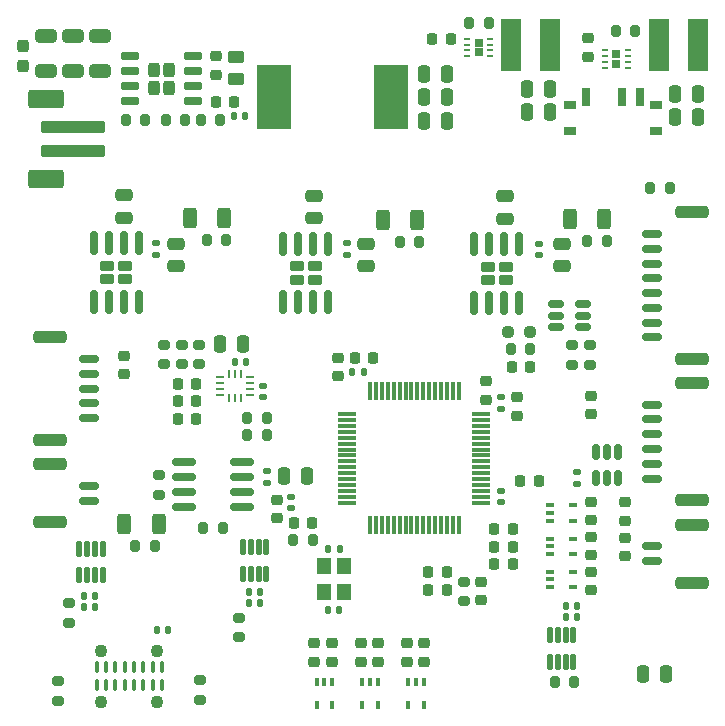
<source format=gbr>
%TF.GenerationSoftware,KiCad,Pcbnew,8.0.2*%
%TF.CreationDate,2025-04-21T15:08:20+02:00*%
%TF.ProjectId,logic,6c6f6769-632e-46b6-9963-61645f706362,rev?*%
%TF.SameCoordinates,Original*%
%TF.FileFunction,Paste,Top*%
%TF.FilePolarity,Positive*%
%FSLAX46Y46*%
G04 Gerber Fmt 4.6, Leading zero omitted, Abs format (unit mm)*
G04 Created by KiCad (PCBNEW 8.0.2) date 2025-04-21 15:08:20*
%MOMM*%
%LPD*%
G01*
G04 APERTURE LIST*
G04 Aperture macros list*
%AMRoundRect*
0 Rectangle with rounded corners*
0 $1 Rounding radius*
0 $2 $3 $4 $5 $6 $7 $8 $9 X,Y pos of 4 corners*
0 Add a 4 corners polygon primitive as box body*
4,1,4,$2,$3,$4,$5,$6,$7,$8,$9,$2,$3,0*
0 Add four circle primitives for the rounded corners*
1,1,$1+$1,$2,$3*
1,1,$1+$1,$4,$5*
1,1,$1+$1,$6,$7*
1,1,$1+$1,$8,$9*
0 Add four rect primitives between the rounded corners*
20,1,$1+$1,$2,$3,$4,$5,0*
20,1,$1+$1,$4,$5,$6,$7,0*
20,1,$1+$1,$6,$7,$8,$9,0*
20,1,$1+$1,$8,$9,$2,$3,0*%
G04 Aperture macros list end*
%ADD10RoundRect,0.237500X0.237500X-0.300000X0.237500X0.300000X-0.237500X0.300000X-0.237500X-0.300000X0*%
%ADD11RoundRect,0.225000X-0.250000X0.225000X-0.250000X-0.225000X0.250000X-0.225000X0.250000X0.225000X0*%
%ADD12RoundRect,0.200000X-0.200000X-0.275000X0.200000X-0.275000X0.200000X0.275000X-0.200000X0.275000X0*%
%ADD13RoundRect,0.200000X-0.275000X0.200000X-0.275000X-0.200000X0.275000X-0.200000X0.275000X0.200000X0*%
%ADD14RoundRect,0.225000X0.250000X-0.225000X0.250000X0.225000X-0.250000X0.225000X-0.250000X-0.225000X0*%
%ADD15RoundRect,0.150000X-0.512500X-0.150000X0.512500X-0.150000X0.512500X0.150000X-0.512500X0.150000X0*%
%ADD16RoundRect,0.140000X0.170000X-0.140000X0.170000X0.140000X-0.170000X0.140000X-0.170000X-0.140000X0*%
%ADD17RoundRect,0.225000X0.225000X0.250000X-0.225000X0.250000X-0.225000X-0.250000X0.225000X-0.250000X0*%
%ADD18RoundRect,0.140000X0.140000X0.170000X-0.140000X0.170000X-0.140000X-0.170000X0.140000X-0.170000X0*%
%ADD19RoundRect,0.150000X0.825000X0.150000X-0.825000X0.150000X-0.825000X-0.150000X0.825000X-0.150000X0*%
%ADD20RoundRect,0.125000X0.125000X-0.537500X0.125000X0.537500X-0.125000X0.537500X-0.125000X-0.537500X0*%
%ADD21RoundRect,0.200000X0.275000X-0.200000X0.275000X0.200000X-0.275000X0.200000X-0.275000X-0.200000X0*%
%ADD22RoundRect,0.125000X-0.125000X0.537500X-0.125000X-0.537500X0.125000X-0.537500X0.125000X0.537500X0*%
%ADD23RoundRect,0.218750X-0.218750X-0.256250X0.218750X-0.256250X0.218750X0.256250X-0.218750X0.256250X0*%
%ADD24RoundRect,0.200000X0.200000X0.275000X-0.200000X0.275000X-0.200000X-0.275000X0.200000X-0.275000X0*%
%ADD25RoundRect,0.250000X-0.475000X0.250000X-0.475000X-0.250000X0.475000X-0.250000X0.475000X0.250000X0*%
%ADD26RoundRect,0.230000X-0.375000X0.230000X-0.375000X-0.230000X0.375000X-0.230000X0.375000X0.230000X0*%
%ADD27RoundRect,0.150000X-0.150000X0.825000X-0.150000X-0.825000X0.150000X-0.825000X0.150000X0.825000X0*%
%ADD28RoundRect,0.140000X-0.140000X-0.170000X0.140000X-0.170000X0.140000X0.170000X-0.140000X0.170000X0*%
%ADD29RoundRect,0.250000X0.450000X-0.262500X0.450000X0.262500X-0.450000X0.262500X-0.450000X-0.262500X0*%
%ADD30RoundRect,0.150000X-0.700000X0.150000X-0.700000X-0.150000X0.700000X-0.150000X0.700000X0.150000X0*%
%ADD31RoundRect,0.250000X-1.150000X0.250000X-1.150000X-0.250000X1.150000X-0.250000X1.150000X0.250000X0*%
%ADD32R,1.000000X0.800000*%
%ADD33R,0.700000X1.500000*%
%ADD34RoundRect,0.225000X-0.225000X-0.250000X0.225000X-0.250000X0.225000X0.250000X-0.225000X0.250000X0*%
%ADD35R,2.900000X5.400000*%
%ADD36RoundRect,0.100000X-0.100000X0.225000X-0.100000X-0.225000X0.100000X-0.225000X0.100000X0.225000X0*%
%ADD37RoundRect,0.250000X0.250000X0.475000X-0.250000X0.475000X-0.250000X-0.475000X0.250000X-0.475000X0*%
%ADD38RoundRect,0.250000X0.312500X0.625000X-0.312500X0.625000X-0.312500X-0.625000X0.312500X-0.625000X0*%
%ADD39RoundRect,0.237500X-0.250000X-0.237500X0.250000X-0.237500X0.250000X0.237500X-0.250000X0.237500X0*%
%ADD40RoundRect,0.150000X0.700000X-0.150000X0.700000X0.150000X-0.700000X0.150000X-0.700000X-0.150000X0*%
%ADD41RoundRect,0.250000X1.150000X-0.250000X1.150000X0.250000X-1.150000X0.250000X-1.150000X-0.250000X0*%
%ADD42R,0.675000X0.250000*%
%ADD43R,0.250000X0.675000*%
%ADD44RoundRect,0.250000X-0.250000X-0.475000X0.250000X-0.475000X0.250000X0.475000X-0.250000X0.475000X0*%
%ADD45R,0.750000X0.650000*%
%ADD46RoundRect,0.062500X-0.187500X-0.062500X0.187500X-0.062500X0.187500X0.062500X-0.187500X0.062500X0*%
%ADD47RoundRect,0.140000X-0.170000X0.140000X-0.170000X-0.140000X0.170000X-0.140000X0.170000X0.140000X0*%
%ADD48RoundRect,0.250000X0.475000X-0.250000X0.475000X0.250000X-0.475000X0.250000X-0.475000X-0.250000X0*%
%ADD49RoundRect,0.100000X-0.225000X-0.100000X0.225000X-0.100000X0.225000X0.100000X-0.225000X0.100000X0*%
%ADD50RoundRect,0.250000X-0.650000X0.325000X-0.650000X-0.325000X0.650000X-0.325000X0.650000X0.325000X0*%
%ADD51RoundRect,0.075000X0.075000X0.425000X-0.075000X0.425000X-0.075000X-0.425000X0.075000X-0.425000X0*%
%ADD52C,1.100000*%
%ADD53R,1.750000X4.500000*%
%ADD54RoundRect,0.242500X-0.242500X-0.382500X0.242500X-0.382500X0.242500X0.382500X-0.242500X0.382500X0*%
%ADD55RoundRect,0.150000X-0.650000X-0.150000X0.650000X-0.150000X0.650000X0.150000X-0.650000X0.150000X0*%
%ADD56RoundRect,0.250000X2.500000X-0.250000X2.500000X0.250000X-2.500000X0.250000X-2.500000X-0.250000X0*%
%ADD57RoundRect,0.250000X1.250000X-0.550000X1.250000X0.550000X-1.250000X0.550000X-1.250000X-0.550000X0*%
%ADD58RoundRect,0.075000X0.075000X-0.700000X0.075000X0.700000X-0.075000X0.700000X-0.075000X-0.700000X0*%
%ADD59RoundRect,0.075000X0.700000X-0.075000X0.700000X0.075000X-0.700000X0.075000X-0.700000X-0.075000X0*%
%ADD60R,1.200000X1.400000*%
%ADD61RoundRect,0.150000X0.150000X-0.512500X0.150000X0.512500X-0.150000X0.512500X-0.150000X-0.512500X0*%
G04 APERTURE END LIST*
D10*
%TO.C,C53*%
X116941600Y-102792700D03*
X116941600Y-101067700D03*
%TD*%
D11*
%TO.C,C17*%
X147006500Y-151675800D03*
X147006500Y-153225800D03*
%TD*%
D12*
%TO.C,R61*%
X154724600Y-99110800D03*
X156374600Y-99110800D03*
%TD*%
D13*
%TO.C,R1*%
X131927600Y-154800800D03*
X131927600Y-156450800D03*
%TD*%
D11*
%TO.C,C104*%
X138430000Y-139534600D03*
X138430000Y-141084600D03*
%TD*%
D12*
%TO.C,R62*%
X167119800Y-99796600D03*
X168769800Y-99796600D03*
%TD*%
D11*
%TO.C,C71*%
X164820600Y-100444000D03*
X164820600Y-101994000D03*
%TD*%
D14*
%TO.C,C9*%
X125501400Y-128854200D03*
X125501400Y-127304200D03*
%TD*%
D15*
%TO.C,U19*%
X162102800Y-122976600D03*
X162102800Y-123926600D03*
X162102800Y-124876600D03*
X164377800Y-124876600D03*
X164377800Y-123926600D03*
X164377800Y-122976600D03*
%TD*%
D16*
%TO.C,C52*%
X144348200Y-118778000D03*
X144348200Y-117818000D03*
%TD*%
D17*
%TO.C,C50*%
X141451200Y-141455000D03*
X139901200Y-141455000D03*
%TD*%
D18*
%TO.C,C10*%
X143761400Y-143687800D03*
X142801400Y-143687800D03*
%TD*%
D11*
%TO.C,C15n2*%
X149428200Y-151675800D03*
X149428200Y-153225800D03*
%TD*%
D19*
%TO.C,U9*%
X135494800Y-140168400D03*
X135494800Y-138898400D03*
X135494800Y-137628400D03*
X135494800Y-136358400D03*
X130544800Y-136358400D03*
X130544800Y-137628400D03*
X130544800Y-138898400D03*
X130544800Y-140168400D03*
%TD*%
D20*
%TO.C,U5*%
X161609200Y-153232700D03*
X162259200Y-153232700D03*
X162909200Y-153232700D03*
X163559200Y-153232700D03*
X163559200Y-150957700D03*
X162909200Y-150957700D03*
X162259200Y-150957700D03*
X161609200Y-150957700D03*
%TD*%
D21*
%TO.C,R2*%
X119938800Y-156527000D03*
X119938800Y-154877000D03*
%TD*%
D17*
%TO.C,C95*%
X158407400Y-144957800D03*
X156857400Y-144957800D03*
%TD*%
D22*
%TO.C,U4*%
X137550800Y-143540900D03*
X136900800Y-143540900D03*
X136250800Y-143540900D03*
X135600800Y-143540900D03*
X135600800Y-145815900D03*
X136250800Y-145815900D03*
X136900800Y-145815900D03*
X137550800Y-145815900D03*
%TD*%
D12*
%TO.C,R59*%
X125641600Y-107327400D03*
X127291600Y-107327400D03*
%TD*%
D23*
%TO.C,D2*%
X130047900Y-131191000D03*
X131622900Y-131191000D03*
%TD*%
D24*
%TO.C,R57*%
X133641600Y-107341600D03*
X131991600Y-107341600D03*
%TD*%
D16*
%TO.C,C6*%
X157429200Y-131795400D03*
X157429200Y-130835400D03*
%TD*%
D17*
%TO.C,C103*%
X160617200Y-137922000D03*
X159067200Y-137922000D03*
%TD*%
D25*
%TO.C,C58*%
X141568400Y-113781800D03*
X141568400Y-115681800D03*
%TD*%
D26*
%TO.C,U15*%
X157823600Y-119775200D03*
X156323600Y-119775200D03*
X157823600Y-120915200D03*
X156323600Y-120915200D03*
D27*
X158978600Y-117870200D03*
X157708600Y-117870200D03*
X156438600Y-117870200D03*
X155168600Y-117870200D03*
X155168600Y-122820200D03*
X156438600Y-122820200D03*
X157708600Y-122820200D03*
X158978600Y-122820200D03*
%TD*%
D28*
%TO.C,C22*%
X136092000Y-147345400D03*
X137052000Y-147345400D03*
%TD*%
D13*
%TO.C,R40*%
X154279600Y-146444200D03*
X154279600Y-148094200D03*
%TD*%
D24*
%TO.C,R41*%
X141490200Y-142951200D03*
X139840200Y-142951200D03*
%TD*%
%TO.C,R60*%
X130669800Y-107341600D03*
X129019800Y-107341600D03*
%TD*%
D29*
%TO.C,R58*%
X135026400Y-103859900D03*
X135026400Y-102034900D03*
%TD*%
D30*
%TO.C,J14*%
X170211200Y-143469200D03*
X170211200Y-144719200D03*
D31*
X173561200Y-141619200D03*
X173561200Y-146569200D03*
%TD*%
D32*
%TO.C,J3*%
X163253400Y-106085400D03*
X163253400Y-108295400D03*
X170553400Y-106085400D03*
X170553400Y-108295400D03*
D33*
X164653400Y-105435400D03*
X167653400Y-105435400D03*
X169153400Y-105435400D03*
%TD*%
D18*
%TO.C,C23*%
X163878200Y-149479000D03*
X162918200Y-149479000D03*
%TD*%
D24*
%TO.C,R11*%
X163613600Y-154914600D03*
X161963600Y-154914600D03*
%TD*%
D34*
%TO.C,C12*%
X151269400Y-145643600D03*
X152819400Y-145643600D03*
%TD*%
D35*
%TO.C,L1*%
X138204400Y-105435400D03*
X148104400Y-105435400D03*
%TD*%
D11*
%TO.C,C60*%
X133324600Y-101980400D03*
X133324600Y-103530400D03*
%TD*%
D25*
%TO.C,C89*%
X157747400Y-113807200D03*
X157747400Y-115707200D03*
%TD*%
D36*
%TO.C,U12*%
X150878900Y-154980600D03*
X150228900Y-154980600D03*
X149578900Y-154980600D03*
X149578900Y-156880600D03*
X150878900Y-156880600D03*
%TD*%
D13*
%TO.C,R9*%
X128879600Y-126391400D03*
X128879600Y-128041400D03*
%TD*%
D12*
%TO.C,R17*%
X135954000Y-134035800D03*
X137604000Y-134035800D03*
%TD*%
D37*
%TO.C,C66*%
X152816600Y-105435400D03*
X150916600Y-105435400D03*
%TD*%
D12*
%TO.C,R16*%
X135954000Y-132562600D03*
X137604000Y-132562600D03*
%TD*%
D28*
%TO.C,C11*%
X142764200Y-148877200D03*
X143724200Y-148877200D03*
%TD*%
D38*
%TO.C,R55*%
X128437100Y-141528800D03*
X125512100Y-141528800D03*
%TD*%
D39*
%TO.C,R39*%
X158015300Y-125298200D03*
X159840300Y-125298200D03*
%TD*%
D13*
%TO.C,R10*%
X135279200Y-149492200D03*
X135279200Y-151142200D03*
%TD*%
D40*
%TO.C,J16*%
X122549200Y-132598800D03*
X122549200Y-131348800D03*
X122549200Y-130098800D03*
X122549200Y-128848800D03*
X122549200Y-127598800D03*
D41*
X119199200Y-134448800D03*
X119199200Y-125748800D03*
%TD*%
D42*
%TO.C,U20*%
X136187300Y-130645600D03*
X136187300Y-130145600D03*
X136187300Y-129645600D03*
X136187300Y-129145600D03*
D43*
X135424800Y-128883100D03*
X134924800Y-128883100D03*
X134424800Y-128883100D03*
D42*
X133662300Y-129145600D03*
X133662300Y-129645600D03*
X133662300Y-130145600D03*
X133662300Y-130645600D03*
D43*
X134424800Y-130908100D03*
X134924800Y-130908100D03*
X135424800Y-130908100D03*
%TD*%
D12*
%TO.C,R46*%
X148857200Y-117729000D03*
X150507200Y-117729000D03*
%TD*%
D37*
%TO.C,C91*%
X140954800Y-137515600D03*
X139054800Y-137515600D03*
%TD*%
D18*
%TO.C,C100*%
X129258000Y-150545800D03*
X128298000Y-150545800D03*
%TD*%
D44*
%TO.C,C73*%
X172166200Y-107111800D03*
X174066200Y-107111800D03*
%TD*%
D45*
%TO.C,U8*%
X167198000Y-101796200D03*
X167198000Y-102596200D03*
D46*
X166248000Y-101446200D03*
X166248000Y-101946200D03*
X166248000Y-102446200D03*
X166248000Y-102946200D03*
X168148000Y-102946200D03*
X168148000Y-102446200D03*
X168148000Y-101946200D03*
X168148000Y-101446200D03*
%TD*%
D11*
%TO.C,C101*%
X143586200Y-127495000D03*
X143586200Y-129045000D03*
%TD*%
%TO.C,C4*%
X167919400Y-139737800D03*
X167919400Y-141287800D03*
%TD*%
%TO.C,C15n1*%
X145542000Y-151675800D03*
X145542000Y-153225800D03*
%TD*%
D16*
%TO.C,C90*%
X160680400Y-118818600D03*
X160680400Y-117858600D03*
%TD*%
D47*
%TO.C,C7*%
X157429200Y-138762800D03*
X157429200Y-139722800D03*
%TD*%
D14*
%TO.C,C99*%
X165074600Y-141237000D03*
X165074600Y-139687000D03*
%TD*%
D48*
%TO.C,C56*%
X129921000Y-119720400D03*
X129921000Y-117820400D03*
%TD*%
D13*
%TO.C,R8*%
X130378200Y-126391400D03*
X130378200Y-128041400D03*
%TD*%
D11*
%TO.C,C18*%
X150890700Y-151675800D03*
X150890700Y-153225800D03*
%TD*%
D49*
%TO.C,U18*%
X161610000Y-145615300D03*
X161610000Y-146265300D03*
X161610000Y-146915300D03*
X163510000Y-146915300D03*
X163510000Y-145615300D03*
%TD*%
D50*
%TO.C,C62*%
X121186200Y-100226600D03*
X121186200Y-103176600D03*
%TD*%
D18*
%TO.C,C5*%
X145790800Y-128727200D03*
X144830800Y-128727200D03*
%TD*%
D14*
%TO.C,C98*%
X165074600Y-147180600D03*
X165074600Y-145630600D03*
%TD*%
D51*
%TO.C,J2*%
X128707000Y-155215400D03*
X127917000Y-155215400D03*
X127127000Y-155215400D03*
X126337000Y-155215400D03*
X125547000Y-155215400D03*
X124757000Y-155215400D03*
X123967000Y-155215400D03*
X123177000Y-155215400D03*
X123177000Y-153695400D03*
X123967000Y-153695400D03*
X124757000Y-153695400D03*
X125547000Y-153695400D03*
X126337000Y-153695400D03*
X127127000Y-153695400D03*
X127917000Y-153695400D03*
X128707000Y-153695400D03*
D52*
X128327000Y-156605400D03*
X128327000Y-152305400D03*
X123527000Y-156605400D03*
X123527000Y-152305400D03*
%TD*%
D49*
%TO.C,U17*%
X161610000Y-142809200D03*
X161610000Y-143459200D03*
X161610000Y-144109200D03*
X163510000Y-144109200D03*
X163510000Y-142809200D03*
%TD*%
D11*
%TO.C,C15n3*%
X141630400Y-151675800D03*
X141630400Y-153225800D03*
%TD*%
D53*
%TO.C,L2*%
X158293400Y-101041200D03*
X161543400Y-101041200D03*
%TD*%
D16*
%TO.C,C57*%
X128244600Y-118767800D03*
X128244600Y-117807800D03*
%TD*%
D12*
%TO.C,R56*%
X126467600Y-143408400D03*
X128117600Y-143408400D03*
%TD*%
D17*
%TO.C,C51*%
X159880600Y-128270000D03*
X158330600Y-128270000D03*
%TD*%
D38*
%TO.C,R43*%
X150331900Y-115849400D03*
X147406900Y-115849400D03*
%TD*%
D23*
%TO.C,D1*%
X130047900Y-129717800D03*
X131622900Y-129717800D03*
%TD*%
D54*
%TO.C,U6*%
X128076400Y-103112200D03*
X128076400Y-104662200D03*
X129276400Y-103112200D03*
X129276400Y-104662200D03*
D55*
X126026400Y-101982200D03*
X126026400Y-103252200D03*
X126026400Y-104522200D03*
X126026400Y-105792200D03*
X131326400Y-105792200D03*
X131326400Y-104522200D03*
X131326400Y-103252200D03*
X131326400Y-101982200D03*
%TD*%
D28*
%TO.C,C21*%
X136092000Y-148285200D03*
X137052000Y-148285200D03*
%TD*%
D16*
%TO.C,C8*%
X139674600Y-140230800D03*
X139674600Y-139270800D03*
%TD*%
D12*
%TO.C,R47*%
X164706800Y-117627400D03*
X166356800Y-117627400D03*
%TD*%
D56*
%TO.C,J24*%
X121183400Y-109975400D03*
X121183400Y-107975400D03*
D57*
X118933400Y-112375400D03*
X118933400Y-105575400D03*
%TD*%
D11*
%TO.C,C102*%
X156133800Y-129501600D03*
X156133800Y-131051600D03*
%TD*%
D28*
%TO.C,C19*%
X122125800Y-147650200D03*
X123085800Y-147650200D03*
%TD*%
D53*
%TO.C,L3*%
X170815600Y-101041200D03*
X174065600Y-101041200D03*
%TD*%
D49*
%TO.C,U16*%
X161610000Y-139989800D03*
X161610000Y-140639800D03*
X161610000Y-141289800D03*
X163510000Y-141289800D03*
X163510000Y-139989800D03*
%TD*%
D40*
%TO.C,J1*%
X122574600Y-139588400D03*
X122574600Y-138338400D03*
D41*
X119224600Y-141438400D03*
X119224600Y-136488400D03*
%TD*%
D34*
%TO.C,C68*%
X151599600Y-100507800D03*
X153149600Y-100507800D03*
%TD*%
%TO.C,C14*%
X145046400Y-127533400D03*
X146596400Y-127533400D03*
%TD*%
D50*
%TO.C,C61*%
X123494800Y-100226600D03*
X123494800Y-103176600D03*
%TD*%
D12*
%TO.C,R48*%
X132499600Y-117525800D03*
X134149600Y-117525800D03*
%TD*%
D47*
%TO.C,C1*%
X163880800Y-137188000D03*
X163880800Y-138148000D03*
%TD*%
D24*
%TO.C,R42*%
X159918400Y-126771400D03*
X158268400Y-126771400D03*
%TD*%
D16*
%TO.C,C74*%
X137591800Y-138071800D03*
X137591800Y-137111800D03*
%TD*%
D14*
%TO.C,C97*%
X165074600Y-144208800D03*
X165074600Y-142658800D03*
%TD*%
D34*
%TO.C,C13*%
X151269400Y-147142200D03*
X152819400Y-147142200D03*
%TD*%
D21*
%TO.C,R63*%
X128498600Y-139102600D03*
X128498600Y-137452600D03*
%TD*%
D48*
%TO.C,C55*%
X146024600Y-119730600D03*
X146024600Y-117830600D03*
%TD*%
D37*
%TO.C,C88*%
X152816600Y-103454200D03*
X150916600Y-103454200D03*
%TD*%
D26*
%TO.C,U13*%
X125591000Y-119699000D03*
X124091000Y-119699000D03*
X125591000Y-120839000D03*
X124091000Y-120839000D03*
D27*
X126746000Y-117794000D03*
X125476000Y-117794000D03*
X124206000Y-117794000D03*
X122936000Y-117794000D03*
X122936000Y-122744000D03*
X124206000Y-122744000D03*
X125476000Y-122744000D03*
X126746000Y-122744000D03*
%TD*%
D22*
%TO.C,U3*%
X123682400Y-143642500D03*
X123032400Y-143642500D03*
X122382400Y-143642500D03*
X121732400Y-143642500D03*
X121732400Y-145917500D03*
X122382400Y-145917500D03*
X123032400Y-145917500D03*
X123682400Y-145917500D03*
%TD*%
D18*
%TO.C,C64*%
X135785800Y-107048000D03*
X134825800Y-107048000D03*
%TD*%
D58*
%TO.C,U2*%
X146338600Y-141692000D03*
X146838600Y-141692000D03*
X147338600Y-141692000D03*
X147838600Y-141692000D03*
X148338600Y-141692000D03*
X148838600Y-141692000D03*
X149338600Y-141692000D03*
X149838600Y-141692000D03*
X150338600Y-141692000D03*
X150838600Y-141692000D03*
X151338600Y-141692000D03*
X151838600Y-141692000D03*
X152338600Y-141692000D03*
X152838600Y-141692000D03*
X153338600Y-141692000D03*
X153838600Y-141692000D03*
D59*
X155763600Y-139767000D03*
X155763600Y-139267000D03*
X155763600Y-138767000D03*
X155763600Y-138267000D03*
X155763600Y-137767000D03*
X155763600Y-137267000D03*
X155763600Y-136767000D03*
X155763600Y-136267000D03*
X155763600Y-135767000D03*
X155763600Y-135267000D03*
X155763600Y-134767000D03*
X155763600Y-134267000D03*
X155763600Y-133767000D03*
X155763600Y-133267000D03*
X155763600Y-132767000D03*
X155763600Y-132267000D03*
D58*
X153838600Y-130342000D03*
X153338600Y-130342000D03*
X152838600Y-130342000D03*
X152338600Y-130342000D03*
X151838600Y-130342000D03*
X151338600Y-130342000D03*
X150838600Y-130342000D03*
X150338600Y-130342000D03*
X149838600Y-130342000D03*
X149338600Y-130342000D03*
X148838600Y-130342000D03*
X148338600Y-130342000D03*
X147838600Y-130342000D03*
X147338600Y-130342000D03*
X146838600Y-130342000D03*
X146338600Y-130342000D03*
D59*
X144413600Y-132267000D03*
X144413600Y-132767000D03*
X144413600Y-133267000D03*
X144413600Y-133767000D03*
X144413600Y-134267000D03*
X144413600Y-134767000D03*
X144413600Y-135267000D03*
X144413600Y-135767000D03*
X144413600Y-136267000D03*
X144413600Y-136767000D03*
X144413600Y-137267000D03*
X144413600Y-137767000D03*
X144413600Y-138267000D03*
X144413600Y-138767000D03*
X144413600Y-139267000D03*
X144413600Y-139767000D03*
%TD*%
D11*
%TO.C,C3*%
X167919400Y-142722600D03*
X167919400Y-144272600D03*
%TD*%
%TO.C,C15*%
X158750000Y-130847800D03*
X158750000Y-132397800D03*
%TD*%
D26*
%TO.C,U14*%
X141632600Y-119749800D03*
X140132600Y-119749800D03*
X141632600Y-120889800D03*
X140132600Y-120889800D03*
D27*
X142787600Y-117844800D03*
X141517600Y-117844800D03*
X140247600Y-117844800D03*
X138977600Y-117844800D03*
X138977600Y-122794800D03*
X140247600Y-122794800D03*
X141517600Y-122794800D03*
X142787600Y-122794800D03*
%TD*%
D38*
%TO.C,R44*%
X166181500Y-115722400D03*
X163256500Y-115722400D03*
%TD*%
D12*
%TO.C,R64*%
X132220200Y-141884400D03*
X133870200Y-141884400D03*
%TD*%
D36*
%TO.C,U11*%
X146991400Y-154980600D03*
X146341400Y-154980600D03*
X145691400Y-154980600D03*
X145691400Y-156880600D03*
X146991400Y-156880600D03*
%TD*%
D17*
%TO.C,C94*%
X158407400Y-143484600D03*
X156857400Y-143484600D03*
%TD*%
D60*
%TO.C,Y1*%
X142406000Y-145153200D03*
X142406000Y-147353200D03*
X144106000Y-147353200D03*
X144106000Y-145153200D03*
%TD*%
D38*
%TO.C,R45*%
X133974300Y-115620800D03*
X131049300Y-115620800D03*
%TD*%
D16*
%TO.C,C93*%
X137261600Y-130810000D03*
X137261600Y-129850000D03*
%TD*%
D37*
%TO.C,C87*%
X135544600Y-126365000D03*
X133644600Y-126365000D03*
%TD*%
D34*
%TO.C,C67*%
X133260800Y-105803400D03*
X134810800Y-105803400D03*
%TD*%
D23*
%TO.C,D3*%
X130047900Y-132664200D03*
X131622900Y-132664200D03*
%TD*%
D50*
%TO.C,C63*%
X118874800Y-100226600D03*
X118874800Y-103176600D03*
%TD*%
D44*
%TO.C,C70*%
X159644000Y-106692800D03*
X161544000Y-106692800D03*
%TD*%
D18*
%TO.C,C92*%
X135862000Y-127812800D03*
X134902000Y-127812800D03*
%TD*%
D11*
%TO.C,C49*%
X155752800Y-146494200D03*
X155752800Y-148044200D03*
%TD*%
D17*
%TO.C,C96*%
X158407400Y-142011400D03*
X156857400Y-142011400D03*
%TD*%
D48*
%TO.C,C54*%
X162560000Y-119745800D03*
X162560000Y-117845800D03*
%TD*%
D11*
%TO.C,C16*%
X143103600Y-151675800D03*
X143103600Y-153225800D03*
%TD*%
D18*
%TO.C,C24*%
X163878200Y-148525000D03*
X162918200Y-148525000D03*
%TD*%
D21*
%TO.C,R18*%
X163462200Y-128104400D03*
X163462200Y-126454400D03*
%TD*%
D37*
%TO.C,C65*%
X152816600Y-107416600D03*
X150916600Y-107416600D03*
%TD*%
D30*
%TO.C,J10*%
X170211200Y-131469600D03*
X170211200Y-132719600D03*
X170211200Y-133969600D03*
X170211200Y-135219600D03*
X170211200Y-136469600D03*
X170211200Y-137719600D03*
D31*
X173561200Y-129619600D03*
X173561200Y-139569600D03*
%TD*%
D45*
%TO.C,U7*%
X155524200Y-100825400D03*
X155524200Y-101625400D03*
D46*
X154574200Y-100475400D03*
X154574200Y-100975400D03*
X154574200Y-101475400D03*
X154574200Y-101975400D03*
X156474200Y-101975400D03*
X156474200Y-101475400D03*
X156474200Y-100975400D03*
X156474200Y-100475400D03*
%TD*%
D25*
%TO.C,C59*%
X125526800Y-113731000D03*
X125526800Y-115631000D03*
%TD*%
D14*
%TO.C,C2*%
X165049200Y-132270800D03*
X165049200Y-130720800D03*
%TD*%
D44*
%TO.C,C75*%
X169458600Y-154254200D03*
X171358600Y-154254200D03*
%TD*%
D36*
%TO.C,U10*%
X143106500Y-154980600D03*
X142456500Y-154980600D03*
X141806500Y-154980600D03*
X141806500Y-156880600D03*
X143106500Y-156880600D03*
%TD*%
D13*
%TO.C,R12*%
X120878600Y-148273000D03*
X120878600Y-149923000D03*
%TD*%
D61*
%TO.C,U1*%
X165456700Y-137713300D03*
X166406700Y-137713300D03*
X167356700Y-137713300D03*
X167356700Y-135438300D03*
X166406700Y-135438300D03*
X165456700Y-135438300D03*
%TD*%
D13*
%TO.C,R7*%
X131851400Y-126391400D03*
X131851400Y-128041400D03*
%TD*%
D28*
%TO.C,C20*%
X122125800Y-148590000D03*
X123085800Y-148590000D03*
%TD*%
D12*
%TO.C,R20*%
X170066200Y-113157000D03*
X171716200Y-113157000D03*
%TD*%
D44*
%TO.C,C72*%
X172166200Y-105130600D03*
X174066200Y-105130600D03*
%TD*%
D30*
%TO.C,J15*%
X170208200Y-117013600D03*
X170208200Y-118263600D03*
X170208200Y-119513600D03*
X170208200Y-120763600D03*
X170208200Y-122013600D03*
X170208200Y-123263600D03*
X170208200Y-124513600D03*
X170208200Y-125763600D03*
D31*
X173558200Y-115163600D03*
X173558200Y-127613600D03*
%TD*%
D44*
%TO.C,C69*%
X159644000Y-104724200D03*
X161544000Y-104724200D03*
%TD*%
D21*
%TO.C,R19*%
X164986200Y-128104400D03*
X164986200Y-126454400D03*
%TD*%
M02*

</source>
